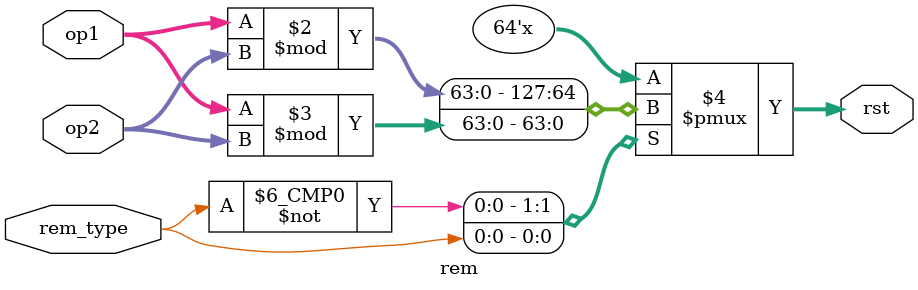
<source format=v>
module rem(
    input [63:0] op1,
    input [63:0] op2,
    input rem_type,
    output reg [63:0] rst
);
    always @(*) begin
        case(rem_type)
            1'b0: rst = $signed(op1) % $signed(op2);
            1'b1: rst = op1 % op2;
        endcase
    end
endmodule

</source>
